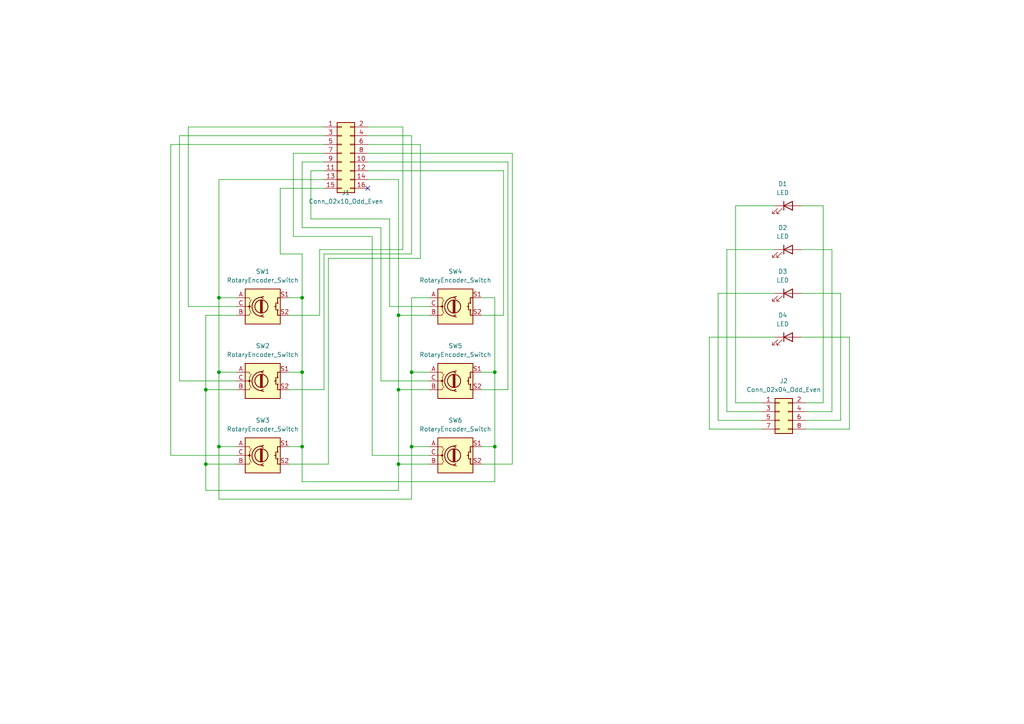
<source format=kicad_sch>
(kicad_sch (version 20230121) (generator eeschema)
  (paper "A4")
  (lib_symbols
    (symbol "Connector_Generic:Conn_02x04_Odd_Even" (pin_names (offset 1.016) hide)
      (property "Reference" "J" (at 1.27 5.08 0))
      (property "Value" "Conn_02x04_Odd_Even" (at 1.27 -7.62 0))
      (symbol "Conn_02x04_Odd_Even_1_1"
        (rectangle (start -1.27 -4.953) (end 0 -5.207) (stroke (width 0.1524)))
        (rectangle (start -1.27 -2.413) (end 0 -2.667) (stroke (width 0.1524)))
        (rectangle (start -1.27 0.127) (end 0 -0.127) (stroke (width 0.1524)))
        (rectangle (start -1.27 2.667) (end 0 2.413) (stroke (width 0.1524)))
        (rectangle (start -1.27 3.81) (end 3.81 -6.35) (stroke (width 0.254)) (fill (type background)))
        (rectangle (start 3.81 -4.953) (end 2.54 -5.207) (stroke (width 0.1524)))
        (rectangle (start 3.81 -2.413) (end 2.54 -2.667) (stroke (width 0.1524)))
        (rectangle (start 3.81 0.127) (end 2.54 -0.127) (stroke (width 0.1524)))
        (rectangle (start 3.81 2.667) (end 2.54 2.413) (stroke (width 0.1524)))
        (pin passive line (at -5.08 2.54 0) (length 3.81) (name "Pin_1") (number "1"))
        (pin passive line (at 7.62 2.54 180) (length 3.81) (name "Pin_2") (number "2"))
        (pin passive line (at -5.08 0 0) (length 3.81) (name "Pin_3") (number "3"))
        (pin passive line (at 7.62 0 180) (length 3.81) (name "Pin_4") (number "4"))
        (pin passive line (at -5.08 -2.54 0) (length 3.81) (name "Pin_5") (number "5"))
        (pin passive line (at 7.62 -2.54 180) (length 3.81) (name "Pin_6") (number "6"))
        (pin passive line (at -5.08 -5.08 0) (length 3.81) (name "Pin_7") (number "7"))
        (pin passive line (at 7.62 -5.08 180) (length 3.81) (name "Pin_8") (number "8"))
      )
    )
    (symbol "Connector_Generic:Conn_02x08_Odd_Even" (pin_names (offset 1.016) hide)
      (property "Reference" "J" (at 1.27 10.16 0))
      (property "Value" "Conn_02x08_Odd_Even" (at 1.27 -12.7 0))
      (symbol "Conn_02x08_Odd_Even_1_1"
        (rectangle (start -1.27 -10.033) (end 0 -10.287) (stroke (width 0.1524)))
        (rectangle (start -1.27 -7.493) (end 0 -7.747) (stroke (width 0.1524)))
        (rectangle (start -1.27 -4.953) (end 0 -5.207) (stroke (width 0.1524)))
        (rectangle (start -1.27 -2.413) (end 0 -2.667) (stroke (width 0.1524)))
        (rectangle (start -1.27 0.127) (end 0 -0.127) (stroke (width 0.1524)))
        (rectangle (start -1.27 2.667) (end 0 2.413) (stroke (width 0.1524)))
        (rectangle (start -1.27 5.207) (end 0 4.953) (stroke (width 0.1524)))
        (rectangle (start -1.27 7.747) (end 0 7.493) (stroke (width 0.1524)))
        (rectangle (start -1.27 8.89) (end 3.81 -11.43) (stroke (width 0.254)) (fill (type background)))
        (rectangle (start 3.81 -10.033) (end 2.54 -10.287) (stroke (width 0.1524)))
        (rectangle (start 3.81 -7.493) (end 2.54 -7.747) (stroke (width 0.1524)))
        (rectangle (start 3.81 -4.953) (end 2.54 -5.207) (stroke (width 0.1524)))
        (rectangle (start 3.81 -2.413) (end 2.54 -2.667) (stroke (width 0.1524)))
        (rectangle (start 3.81 0.127) (end 2.54 -0.127) (stroke (width 0.1524)))
        (rectangle (start 3.81 2.667) (end 2.54 2.413) (stroke (width 0.1524)))
        (rectangle (start 3.81 5.207) (end 2.54 4.953) (stroke (width 0.1524)))
        (rectangle (start 3.81 7.747) (end 2.54 7.493) (stroke (width 0.1524)))
        (pin passive line (at -5.08 7.62 0) (length 3.81) (name "Pin_1") (number "1"))
        (pin passive line (at 7.62 -2.54 180) (length 3.81) (name "Pin_10") (number "10"))
        (pin passive line (at -5.08 -5.08 0) (length 3.81) (name "Pin_11") (number "11"))
        (pin passive line (at 7.62 -5.08 180) (length 3.81) (name "Pin_12") (number "12"))
        (pin passive line (at -5.08 -7.62 0) (length 3.81) (name "Pin_13") (number "13"))
        (pin passive line (at 7.62 -7.62 180) (length 3.81) (name "Pin_14") (number "14"))
        (pin passive line (at -5.08 -10.16 0) (length 3.81) (name "Pin_15") (number "15"))
        (pin passive line (at 7.62 -10.16 180) (length 3.81) (name "Pin_16") (number "16"))
        (pin passive line (at 7.62 7.62 180) (length 3.81) (name "Pin_2") (number "2"))
        (pin passive line (at -5.08 5.08 0) (length 3.81) (name "Pin_3") (number "3"))
        (pin passive line (at 7.62 5.08 180) (length 3.81) (name "Pin_4") (number "4"))
        (pin passive line (at -5.08 2.54 0) (length 3.81) (name "Pin_5") (number "5"))
        (pin passive line (at 7.62 2.54 180) (length 3.81) (name "Pin_6") (number "6"))
        (pin passive line (at -5.08 0 0) (length 3.81) (name "Pin_7") (number "7"))
        (pin passive line (at 7.62 0 180) (length 3.81) (name "Pin_8") (number "8"))
        (pin passive line (at -5.08 -2.54 0) (length 3.81) (name "Pin_9") (number "9"))
      )
    )
    (symbol "Device:LED" (pin_numbers hide) (pin_names (offset 1.016) hide)
      (property "Reference" "D" (at 0 2.54 0))
      (property "Value" "LED" (at 0 -2.54 0))
      (symbol "LED_0_1"
        (polyline (pts (xy -1.27 -1.27) (xy -1.27 1.27)) (stroke (width 0.254)))
        (polyline (pts (xy -1.27 0) (xy 1.27 0)))
        (polyline (pts (xy 1.27 -1.27) (xy 1.27 1.27) (xy -1.27 0) (xy 1.27 -1.27)) (stroke (width 0.254)))
        (polyline (pts (xy -3.048 -0.762) (xy -4.572 -2.286) (xy -3.81 -2.286) (xy -4.572 -2.286) (xy -4.572 -1.524)))
        (polyline (pts (xy -1.778 -0.762) (xy -3.302 -2.286) (xy -2.54 -2.286) (xy -3.302 -2.286) (xy -3.302 -1.524)))
      )
      (symbol "LED_1_1"
        (pin passive line (at -3.81 0 0) (length 2.54) (name "K") (number "1"))
        (pin passive line (at 3.81 0 180) (length 2.54) (name "A") (number "2"))
      )
    )
    (symbol "Device:RotaryEncoder_Switch" (pin_names (offset 0.254) hide)
      (property "Reference" "SW" (at 0 6.604 0))
      (property "Value" "RotaryEncoder_Switch" (at 0 -6.604 0))
      (symbol "RotaryEncoder_Switch_0_1"
        (rectangle (start -5.08 5.08) (end 5.08 -5.08) (stroke (width 0.254)) (fill (type background)))
        (circle (center -3.81 0) (radius 0.254) (fill (type outline)))
        (circle (center -0.381 0) (radius 1.905) (stroke (width 0.254)))
        (arc (start -0.381 2.667) (mid -3.0988 -0.0635) (end -0.381 -2.794) (stroke (width 0.254)))
        (polyline (pts (xy -0.635 -1.778) (xy -0.635 1.778)) (stroke (width 0.254)))
        (polyline (pts (xy -0.381 -1.778) (xy -0.381 1.778)) (stroke (width 0.254)))
        (polyline (pts (xy -0.127 1.778) (xy -0.127 -1.778)) (stroke (width 0.254)))
        (polyline (pts (xy 3.81 0) (xy 3.429 0)) (stroke (width 0.254)))
        (polyline (pts (xy 3.81 1.016) (xy 3.81 -1.016)) (stroke (width 0.254)))
        (polyline (pts (xy -5.08 -2.54) (xy -3.81 -2.54) (xy -3.81 -2.032)))
        (polyline (pts (xy -5.08 2.54) (xy -3.81 2.54) (xy -3.81 2.032)))
        (polyline (pts (xy 0.254 -3.048) (xy -0.508 -2.794) (xy 0.127 -2.413)) (stroke (width 0.254)))
        (polyline (pts (xy 0.254 2.921) (xy -0.508 2.667) (xy 0.127 2.286)) (stroke (width 0.254)))
        (polyline (pts (xy 5.08 -2.54) (xy 4.318 -2.54) (xy 4.318 -1.016)) (stroke (width 0.254)))
        (polyline (pts (xy 5.08 2.54) (xy 4.318 2.54) (xy 4.318 1.016)) (stroke (width 0.254)))
        (polyline (pts (xy -5.08 0) (xy -3.81 0) (xy -3.81 -1.016) (xy -3.302 -2.032)))
        (polyline (pts (xy -4.318 0) (xy -3.81 0) (xy -3.81 1.016) (xy -3.302 2.032)))
        (circle (center 4.318 -1.016) (radius 0.127) (stroke (width 0.254)))
        (circle (center 4.318 1.016) (radius 0.127) (stroke (width 0.254)))
      )
      (symbol "RotaryEncoder_Switch_1_1"
        (pin passive line (at -7.62 2.54 0) (length 2.54) (name "A") (number "A"))
        (pin passive line (at -7.62 -2.54 0) (length 2.54) (name "B") (number "B"))
        (pin passive line (at -7.62 0 0) (length 2.54) (name "C") (number "C"))
        (pin passive line (at 7.62 2.54 180) (length 2.54) (name "S1") (number "S1"))
        (pin passive line (at 7.62 -2.54 180) (length 2.54) (name "S2") (number "S2"))
      )
    )
  )
  (junction (at 87.63 107.95))
  (junction (at 59.69 113.03))
  (junction (at 119.38 129.54))
  (junction (at 115.57 134.62))
  (junction (at 115.57 91.44))
  (junction (at 115.57 113.03))
  (junction (at 143.51 107.95))
  (junction (at 119.38 107.95))
  (junction (at 63.5 86.36))
  (junction (at 63.5 129.54))
  (junction (at 87.63 129.54))
  (junction (at 87.63 86.36))
  (junction (at 63.5 107.95))
  (junction (at 143.51 129.54))
  (junction (at 59.69 134.62))
  (no_connect (at 106.68 54.61))
  (wire (pts (xy 116.84 72.39) (xy 92.71 72.39)))
  (wire (pts (xy 81.28 54.61) (xy 93.98 54.61)))
  (wire (pts (xy 92.71 91.44) (xy 83.82 91.44)))
  (wire (pts (xy 205.74 97.79) (xy 224.79 97.79)))
  (wire (pts (xy 115.57 134.62) (xy 115.57 113.03)))
  (wire (pts (xy 87.63 46.99) (xy 87.63 66.04)))
  (wire (pts (xy 119.38 107.95) (xy 119.38 129.54)))
  (wire (pts (xy 85.09 44.45) (xy 93.98 44.45)))
  (wire (pts (xy 85.09 44.45) (xy 85.09 68.58)))
  (wire (pts (xy 83.82 86.36) (xy 87.63 86.36)))
  (wire (pts (xy 93.98 46.99) (xy 87.63 46.99)))
  (wire (pts (xy 143.51 107.95) (xy 143.51 86.36)))
  (wire (pts (xy 63.5 86.36) (xy 68.58 86.36)))
  (wire (pts (xy 213.36 116.84) (xy 213.36 59.69)))
  (wire (pts (xy 220.98 116.84) (xy 213.36 116.84)))
  (wire (pts (xy 115.57 52.07) (xy 115.57 91.44)))
  (wire (pts (xy 243.84 121.92) (xy 243.84 85.09)))
  (wire (pts (xy 52.07 39.37) (xy 52.07 110.49)))
  (wire (pts (xy 241.3 72.39) (xy 241.3 119.38)))
  (wire (pts (xy 63.5 129.54) (xy 68.58 129.54)))
  (wire (pts (xy 106.68 46.99) (xy 147.32 46.99)))
  (wire (pts (xy 87.63 73.66) (xy 81.28 73.66)))
  (wire (pts (xy 93.98 113.03) (xy 93.98 73.66)))
  (wire (pts (xy 148.59 44.45) (xy 148.59 134.62)))
  (wire (pts (xy 54.61 88.9) (xy 68.58 88.9)))
  (wire (pts (xy 107.95 68.58) (xy 107.95 132.08)))
  (wire (pts (xy 119.38 129.54) (xy 119.38 144.78)))
  (wire (pts (xy 87.63 139.7) (xy 87.63 129.54)))
  (wire (pts (xy 106.68 36.83) (xy 116.84 36.83)))
  (wire (pts (xy 115.57 134.62) (xy 115.57 142.24)))
  (wire (pts (xy 147.32 113.03) (xy 139.7 113.03)))
  (wire (pts (xy 115.57 91.44) (xy 115.57 113.03)))
  (wire (pts (xy 95.25 74.93) (xy 95.25 134.62)))
  (wire (pts (xy 113.03 88.9) (xy 124.46 88.9)))
  (wire (pts (xy 106.68 41.91) (xy 121.92 41.91)))
  (wire (pts (xy 90.17 49.53) (xy 93.98 49.53)))
  (wire (pts (xy 106.68 52.07) (xy 115.57 52.07)))
  (wire (pts (xy 59.69 91.44) (xy 59.69 113.03)))
  (wire (pts (xy 87.63 129.54) (xy 87.63 107.95)))
  (wire (pts (xy 143.51 107.95) (xy 139.7 107.95)))
  (wire (pts (xy 116.84 36.83) (xy 116.84 72.39)))
  (wire (pts (xy 146.05 49.53) (xy 146.05 91.44)))
  (wire (pts (xy 124.46 134.62) (xy 115.57 134.62)))
  (wire (pts (xy 243.84 85.09) (xy 232.41 85.09)))
  (wire (pts (xy 119.38 107.95) (xy 119.38 86.36)))
  (wire (pts (xy 124.46 91.44) (xy 115.57 91.44)))
  (wire (pts (xy 63.5 144.78) (xy 63.5 129.54)))
  (wire (pts (xy 205.74 124.46) (xy 205.74 97.79)))
  (wire (pts (xy 232.41 97.79) (xy 246.38 97.79)))
  (wire (pts (xy 87.63 86.36) (xy 87.63 73.66)))
  (wire (pts (xy 110.49 66.04) (xy 110.49 110.49)))
  (wire (pts (xy 63.5 86.36) (xy 63.5 52.07)))
  (wire (pts (xy 119.38 73.66) (xy 119.38 39.37)))
  (wire (pts (xy 148.59 44.45) (xy 106.68 44.45)))
  (wire (pts (xy 93.98 73.66) (xy 119.38 73.66)))
  (wire (pts (xy 121.92 41.91) (xy 121.92 74.93)))
  (wire (pts (xy 139.7 91.44) (xy 146.05 91.44)))
  (wire (pts (xy 54.61 36.83) (xy 54.61 88.9)))
  (wire (pts (xy 232.41 72.39) (xy 241.3 72.39)))
  (wire (pts (xy 220.98 124.46) (xy 205.74 124.46)))
  (wire (pts (xy 87.63 107.95) (xy 83.82 107.95)))
  (wire (pts (xy 143.51 139.7) (xy 87.63 139.7)))
  (wire (pts (xy 113.03 63.5) (xy 90.17 63.5)))
  (wire (pts (xy 124.46 107.95) (xy 119.38 107.95)))
  (wire (pts (xy 52.07 110.49) (xy 68.58 110.49)))
  (wire (pts (xy 92.71 72.39) (xy 92.71 91.44)))
  (wire (pts (xy 106.68 49.53) (xy 146.05 49.53)))
  (wire (pts (xy 93.98 39.37) (xy 52.07 39.37)))
  (wire (pts (xy 241.3 119.38) (xy 233.68 119.38)))
  (wire (pts (xy 224.79 85.09) (xy 208.28 85.09)))
  (wire (pts (xy 143.51 129.54) (xy 143.51 107.95)))
  (wire (pts (xy 233.68 116.84) (xy 238.76 116.84)))
  (wire (pts (xy 238.76 116.84) (xy 238.76 59.69)))
  (wire (pts (xy 93.98 41.91) (xy 49.53 41.91)))
  (wire (pts (xy 139.7 86.36) (xy 143.51 86.36)))
  (wire (pts (xy 110.49 110.49) (xy 124.46 110.49)))
  (wire (pts (xy 147.32 46.99) (xy 147.32 113.03)))
  (wire (pts (xy 49.53 41.91) (xy 49.53 132.08)))
  (wire (pts (xy 90.17 63.5) (xy 90.17 49.53)))
  (wire (pts (xy 83.82 129.54) (xy 87.63 129.54)))
  (wire (pts (xy 63.5 107.95) (xy 63.5 129.54)))
  (wire (pts (xy 246.38 97.79) (xy 246.38 124.46)))
  (wire (pts (xy 63.5 52.07) (xy 93.98 52.07)))
  (wire (pts (xy 59.69 113.03) (xy 68.58 113.03)))
  (wire (pts (xy 119.38 129.54) (xy 124.46 129.54)))
  (wire (pts (xy 119.38 39.37) (xy 106.68 39.37)))
  (wire (pts (xy 68.58 132.08) (xy 49.53 132.08)))
  (wire (pts (xy 220.98 119.38) (xy 210.82 119.38)))
  (wire (pts (xy 233.68 121.92) (xy 243.84 121.92)))
  (wire (pts (xy 143.51 129.54) (xy 143.51 139.7)))
  (wire (pts (xy 139.7 134.62) (xy 148.59 134.62)))
  (wire (pts (xy 208.28 121.92) (xy 220.98 121.92)))
  (wire (pts (xy 121.92 74.93) (xy 95.25 74.93)))
  (wire (pts (xy 107.95 132.08) (xy 124.46 132.08)))
  (wire (pts (xy 68.58 134.62) (xy 59.69 134.62)))
  (wire (pts (xy 119.38 144.78) (xy 63.5 144.78)))
  (wire (pts (xy 59.69 142.24) (xy 59.69 134.62)))
  (wire (pts (xy 213.36 59.69) (xy 224.79 59.69)))
  (wire (pts (xy 210.82 119.38) (xy 210.82 72.39)))
  (wire (pts (xy 81.28 73.66) (xy 81.28 54.61)))
  (wire (pts (xy 210.82 72.39) (xy 224.79 72.39)))
  (wire (pts (xy 87.63 107.95) (xy 87.63 86.36)))
  (wire (pts (xy 115.57 142.24) (xy 59.69 142.24)))
  (wire (pts (xy 87.63 66.04) (xy 110.49 66.04)))
  (wire (pts (xy 238.76 59.69) (xy 232.41 59.69)))
  (wire (pts (xy 107.95 68.58) (xy 85.09 68.58)))
  (wire (pts (xy 68.58 107.95) (xy 63.5 107.95)))
  (wire (pts (xy 208.28 85.09) (xy 208.28 121.92)))
  (wire (pts (xy 93.98 36.83) (xy 54.61 36.83)))
  (wire (pts (xy 246.38 124.46) (xy 233.68 124.46)))
  (wire (pts (xy 139.7 129.54) (xy 143.51 129.54)))
  (wire (pts (xy 119.38 86.36) (xy 124.46 86.36)))
  (wire (pts (xy 95.25 134.62) (xy 83.82 134.62)))
  (wire (pts (xy 115.57 113.03) (xy 124.46 113.03)))
  (wire (pts (xy 68.58 91.44) (xy 59.69 91.44)))
  (wire (pts (xy 83.82 113.03) (xy 93.98 113.03)))
  (wire (pts (xy 63.5 107.95) (xy 63.5 86.36)))
  (wire (pts (xy 59.69 134.62) (xy 59.69 113.03)))
  (wire (pts (xy 113.03 63.5) (xy 113.03 88.9)))
  (symbol (lib_id "Device:RotaryEncoder_Switch") (at 132.08 132.08 0) (unit 1)
    (property "Reference" "SW6" (at 132.08 121.92 0))
    (property "Value" "RotaryEncoder_Switch" (at 132.08 124.46 0))
    (property "Footprint" "Rotary_Encoder:RotaryEncoder_Alps_EC11E-Switch_Vertical_H20mm" (effects hide))
  )
  (symbol (lib_id "Device:RotaryEncoder_Switch") (at 76.2 132.08 0) (unit 1)
    (property "Reference" "SW3" (at 76.2 121.92 0))
    (property "Value" "RotaryEncoder_Switch" (at 76.2 124.46 0))
    (property "Footprint" "Rotary_Encoder:RotaryEncoder_Alps_EC11E-Switch_Vertical_H20mm" (effects hide))
  )
  (symbol (lib_id "Device:RotaryEncoder_Switch") (at 132.08 88.9 0) (unit 1)
    (property "Reference" "SW4" (at 132.08 78.74 0))
    (property "Value" "RotaryEncoder_Switch" (at 132.08 81.28 0))
    (property "Footprint" "Rotary_Encoder:RotaryEncoder_Alps_EC11E-Switch_Vertical_H20mm" (effects hide))
  )
  (symbol (lib_id "Device:RotaryEncoder_Switch") (at 76.2 110.49 0) (unit 1)
    (property "Reference" "SW2" (at 76.2 100.33 0))
    (property "Value" "RotaryEncoder_Switch" (at 76.2 102.87 0))
    (property "Footprint" "Rotary_Encoder:RotaryEncoder_Alps_EC11E-Switch_Vertical_H20mm" (effects hide))
  )
  (symbol (lib_id "Device:LED") (at 228.6 59.69 0) (unit 1)
    (property "Reference" "D1" (at 227.0125 53.34 0))
    (property "Value" "LED" (at 227.0125 55.88 0))
    (property "Footprint" "LED_THT:LED_D3.0mm" (effects hide))
  )
  (symbol (lib_id "Device:RotaryEncoder_Switch") (at 132.08 110.49 0) (unit 1)
    (property "Reference" "SW5" (at 132.08 100.33 0))
    (property "Value" "RotaryEncoder_Switch" (at 132.08 102.87 0))
    (property "Footprint" "Rotary_Encoder:RotaryEncoder_Alps_EC11E-Switch_Vertical_H20mm" (effects hide))
  )
  (symbol (lib_id "Device:RotaryEncoder_Switch") (at 76.2 88.9 0) (unit 1)
    (property "Reference" "SW1" (at 76.2 78.74 0))
    (property "Value" "RotaryEncoder_Switch" (at 76.2 81.28 0))
    (property "Footprint" "Rotary_Encoder:RotaryEncoder_Alps_EC11E-Switch_Vertical_H20mm" (effects hide))
  )
  (symbol (lib_id "Device:LED") (at 228.6 97.79 0) (unit 1)
    (property "Reference" "D4" (at 227.0125 91.44 0))
    (property "Value" "LED" (at 227.0125 93.98 0))
    (property "Footprint" "LED_THT:LED_D3.0mm" (effects hide))
  )
  (symbol (lib_id "Connector_Generic:Conn_02x08_Odd_Even") (at 99.06 44.45 0) (unit 1)
    (property "Reference" "J1" (at 100.33 55.88 0))
    (property "Value" "Conn_02x10_Odd_Even" (at 100.33 58.42 0))
    (property "Footprint" "Connector_PinHeader_2.54mm:PinHeader_2x08_P2.54mm_Horizontal" (effects hide))
  )
  (symbol (lib_id "Device:LED") (at 228.6 85.09 0) (unit 1)
    (property "Reference" "D3" (at 227.0125 78.74 0))
    (property "Value" "LED" (at 227.0125 81.28 0))
    (property "Footprint" "LED_THT:LED_D3.0mm" (effects hide))
  )
  (symbol (lib_id "Device:LED") (at 228.6 72.39 0) (unit 1)
    (property "Reference" "D2" (at 227.0125 66.04 0))
    (property "Value" "LED" (at 227.0125 68.58 0))
    (property "Footprint" "LED_THT:LED_D3.0mm" (effects hide))
  )
  (symbol (lib_id "Connector_Generic:Conn_02x04_Odd_Even") (at 226.06 119.38 0) (unit 1)
    (property "Reference" "J2" (at 227.33 110.49 0))
    (property "Value" "Conn_02x04_Odd_Even" (at 227.33 113.03 0))
    (property "Footprint" "Connector_PinHeader_2.54mm:PinHeader_2x04_P2.54mm_Horizontal" (effects hide))
  )
)
</source>
